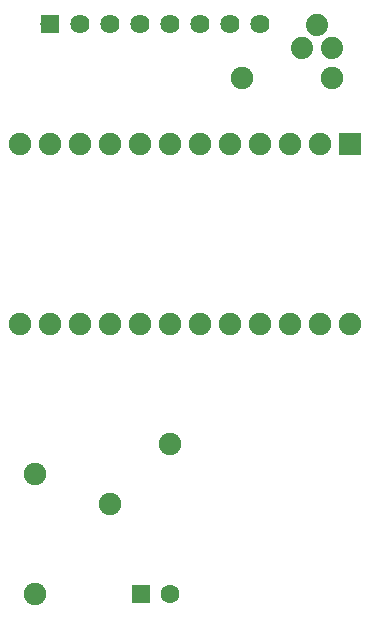
<source format=gbl>
G04 MADE WITH FRITZING*
G04 WWW.FRITZING.ORG*
G04 DOUBLE SIDED*
G04 HOLES PLATED*
G04 CONTOUR ON CENTER OF CONTOUR VECTOR*
%ASAXBY*%
%FSLAX23Y23*%
%MOIN*%
%OFA0B0*%
%SFA1.0B1.0*%
%ADD10C,0.074000*%
%ADD11C,0.075000*%
%ADD12C,0.064000*%
%ADD13C,0.062992*%
%ADD14R,0.064000X0.064000*%
%ADD15R,0.075000X0.075000*%
%ADD16R,0.062992X0.062992*%
%LNCOPPER0*%
G90*
G70*
G54D10*
X1380Y2052D03*
X1330Y2127D03*
X1280Y2052D03*
G54D11*
X640Y532D03*
X840Y732D03*
G54D12*
X440Y2132D03*
X540Y2132D03*
X640Y2132D03*
X740Y2132D03*
X840Y2132D03*
X940Y2132D03*
X1040Y2132D03*
X1140Y2132D03*
G54D11*
X1440Y1732D03*
X1440Y1132D03*
X1340Y1732D03*
X1340Y1132D03*
X1240Y1732D03*
X1240Y1132D03*
X1140Y1732D03*
X1140Y1132D03*
X1040Y1732D03*
X1040Y1132D03*
X940Y1732D03*
X940Y1132D03*
X840Y1732D03*
X840Y1132D03*
X740Y1732D03*
X740Y1132D03*
X640Y1732D03*
X640Y1132D03*
X540Y1732D03*
X540Y1132D03*
X440Y1732D03*
X440Y1132D03*
X340Y1732D03*
X340Y1132D03*
X390Y232D03*
X390Y632D03*
G54D13*
X742Y232D03*
X840Y232D03*
G54D11*
X1080Y1952D03*
X1380Y1952D03*
G54D14*
X440Y2132D03*
G54D15*
X1440Y1732D03*
G54D16*
X742Y232D03*
G04 End of Copper0*
M02*
</source>
